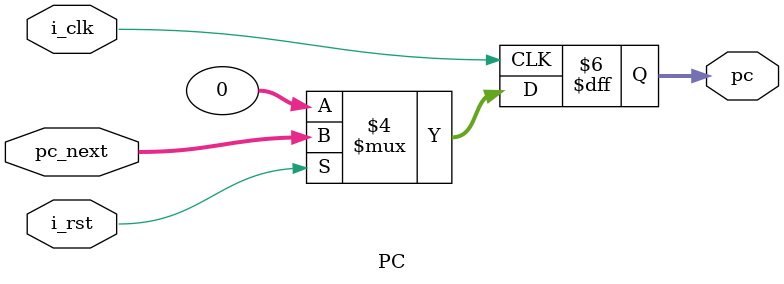
<source format=sv>
module PC(i_clk, i_rst, pc_next, pc);
input logic i_clk, i_rst;
input logic [31:0] pc_next;
output logic [31:0] pc;

always @(posedge i_clk) begin
	if (!i_rst)
		pc <= 32'b0;
	else
		pc <= pc_next;
end

endmodule
</source>
